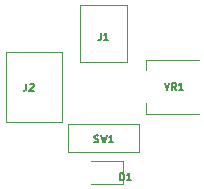
<source format=gto>
%TF.GenerationSoftware,KiCad,Pcbnew,(5.1.8-0-10_14)*%
%TF.CreationDate,2021-04-23T14:11:37-04:00*%
%TF.ProjectId,Custom_Piezo_Sensor_PCB,43757374-6f6d-45f5-9069-657a6f5f5365,rev?*%
%TF.SameCoordinates,Original*%
%TF.FileFunction,Legend,Top*%
%TF.FilePolarity,Positive*%
%FSLAX46Y46*%
G04 Gerber Fmt 4.6, Leading zero omitted, Abs format (unit mm)*
G04 Created by KiCad (PCBNEW (5.1.8-0-10_14)) date 2021-04-23 14:11:37*
%MOMM*%
%LPD*%
G01*
G04 APERTURE LIST*
%ADD10C,0.120000*%
%ADD11C,0.150000*%
G04 APERTURE END LIST*
D10*
%TO.C,D1*%
X149000000Y-158199000D02*
X151685000Y-158199000D01*
X151685000Y-158199000D02*
X151685000Y-156279000D01*
X151685000Y-156279000D02*
X149000000Y-156279000D01*
%TO.C,J2*%
X141730800Y-147000000D02*
X146500800Y-147000000D01*
X146500800Y-147000000D02*
X146500800Y-153000000D01*
X141730800Y-147000000D02*
X141730800Y-153000000D01*
X141730800Y-153000000D02*
X146500800Y-153000000D01*
%TO.C,J1*%
X148000000Y-143077000D02*
X148000000Y-147847000D01*
X152000000Y-143077000D02*
X148000000Y-143077000D01*
X152000000Y-147847000D02*
X148000000Y-147847000D01*
X152000000Y-143077000D02*
X152000000Y-147847000D01*
%TO.C,VR1*%
X153592000Y-152250000D02*
X158092000Y-152250000D01*
X153592000Y-152250000D02*
X153592000Y-151400000D01*
X158092000Y-147750000D02*
X153592000Y-147750000D01*
X153592000Y-147750000D02*
X153592000Y-148600000D01*
%TO.C,SW1*%
X153050800Y-155538000D02*
X153050800Y-153098000D01*
X147050800Y-155538000D02*
X153050800Y-155538000D01*
X147050800Y-153098000D02*
X153050800Y-153098000D01*
X147050800Y-153098000D02*
X147050800Y-155538000D01*
%TO.C,D1*%
D11*
X151436742Y-157916828D02*
X151436742Y-157316828D01*
X151579600Y-157316828D01*
X151665314Y-157345400D01*
X151722457Y-157402542D01*
X151751028Y-157459685D01*
X151779600Y-157573971D01*
X151779600Y-157659685D01*
X151751028Y-157773971D01*
X151722457Y-157831114D01*
X151665314Y-157888257D01*
X151579600Y-157916828D01*
X151436742Y-157916828D01*
X152351028Y-157916828D02*
X152008171Y-157916828D01*
X152179600Y-157916828D02*
X152179600Y-157316828D01*
X152122457Y-157402542D01*
X152065314Y-157459685D01*
X152008171Y-157488257D01*
%TO.C,J2*%
X143500800Y-149722228D02*
X143500800Y-150150800D01*
X143472228Y-150236514D01*
X143415085Y-150293657D01*
X143329371Y-150322228D01*
X143272228Y-150322228D01*
X143757942Y-149779371D02*
X143786514Y-149750800D01*
X143843657Y-149722228D01*
X143986514Y-149722228D01*
X144043657Y-149750800D01*
X144072228Y-149779371D01*
X144100800Y-149836514D01*
X144100800Y-149893657D01*
X144072228Y-149979371D01*
X143729371Y-150322228D01*
X144100800Y-150322228D01*
%TO.C,J1*%
X149800000Y-145435228D02*
X149800000Y-145863800D01*
X149771428Y-145949514D01*
X149714285Y-146006657D01*
X149628571Y-146035228D01*
X149571428Y-146035228D01*
X150400000Y-146035228D02*
X150057142Y-146035228D01*
X150228571Y-146035228D02*
X150228571Y-145435228D01*
X150171428Y-145520942D01*
X150114285Y-145578085D01*
X150057142Y-145606657D01*
%TO.C,VR1*%
X155208685Y-149671428D02*
X155408685Y-150271428D01*
X155608685Y-149671428D01*
X156151542Y-150271428D02*
X155951542Y-149985714D01*
X155808685Y-150271428D02*
X155808685Y-149671428D01*
X156037257Y-149671428D01*
X156094400Y-149700000D01*
X156122971Y-149728571D01*
X156151542Y-149785714D01*
X156151542Y-149871428D01*
X156122971Y-149928571D01*
X156094400Y-149957142D01*
X156037257Y-149985714D01*
X155808685Y-149985714D01*
X156722971Y-150271428D02*
X156380114Y-150271428D01*
X156551542Y-150271428D02*
X156551542Y-149671428D01*
X156494400Y-149757142D01*
X156437257Y-149814285D01*
X156380114Y-149842857D01*
%TO.C,SW1*%
X149250800Y-154662457D02*
X149336514Y-154691028D01*
X149479371Y-154691028D01*
X149536514Y-154662457D01*
X149565085Y-154633885D01*
X149593657Y-154576742D01*
X149593657Y-154519600D01*
X149565085Y-154462457D01*
X149536514Y-154433885D01*
X149479371Y-154405314D01*
X149365085Y-154376742D01*
X149307942Y-154348171D01*
X149279371Y-154319600D01*
X149250800Y-154262457D01*
X149250800Y-154205314D01*
X149279371Y-154148171D01*
X149307942Y-154119600D01*
X149365085Y-154091028D01*
X149507942Y-154091028D01*
X149593657Y-154119600D01*
X149793657Y-154091028D02*
X149936514Y-154691028D01*
X150050800Y-154262457D01*
X150165085Y-154691028D01*
X150307942Y-154091028D01*
X150850800Y-154691028D02*
X150507942Y-154691028D01*
X150679371Y-154691028D02*
X150679371Y-154091028D01*
X150622228Y-154176742D01*
X150565085Y-154233885D01*
X150507942Y-154262457D01*
%TD*%
M02*

</source>
